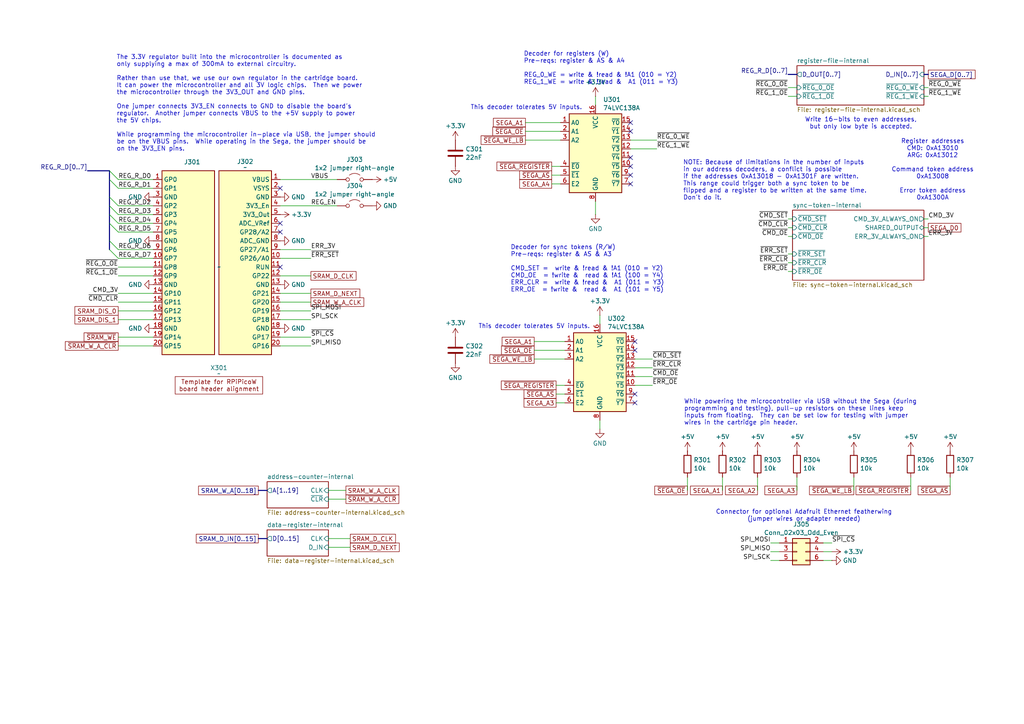
<source format=kicad_sch>
(kicad_sch (version 20250114) (generator "eeschema") (generator_version "9.0")
  (paper "A4")
  (title_block (title "Kinetoscope Microcontroller and Register Internals"))
  (lib_symbols
    (symbol "74xx:74HC138"
      (property "Reference" "U" (at -7.62 13.97 0))
      (property "Value" "74HC138" (at 2.54 -11.43 0))
      (symbol "74HC138_0_1"
        (rectangle (start -7.62 12.7) (end 7.62 -10.16) (stroke (width 0.254)) (fill (type background)))
      )
      (symbol "74HC138_1_1"
        (pin input line (at -10.16 10.16 0) (length 2.54) (name "A0") (number "1"))
        (pin input line (at -10.16 7.62 0) (length 2.54) (name "A1") (number "2"))
        (pin input line (at -10.16 5.08 0) (length 2.54) (name "A2") (number "3"))
        (pin input line (at -10.16 -2.54 0) (length 2.54) (name "~{E0}") (number "4"))
        (pin input line (at -10.16 -5.08 0) (length 2.54) (name "~{E1}") (number "5"))
        (pin input line (at -10.16 -7.62 0) (length 2.54) (name "E2") (number "6"))
        (pin power_in line (at 0 15.24 270) (length 2.54) (name "VCC") (number "16"))
        (pin power_in line (at 0 -12.7 90) (length 2.54) (name "GND") (number "8"))
        (pin output line (at 10.16 10.16 180) (length 2.54) (name "~{Y0}") (number "15"))
        (pin output line (at 10.16 7.62 180) (length 2.54) (name "~{Y1}") (number "14"))
        (pin output line (at 10.16 5.08 180) (length 2.54) (name "~{Y2}") (number "13"))
        (pin output line (at 10.16 2.54 180) (length 2.54) (name "~{Y3}") (number "12"))
        (pin output line (at 10.16 0 180) (length 2.54) (name "~{Y4}") (number "11"))
        (pin output line (at 10.16 -2.54 180) (length 2.54) (name "~{Y5}") (number "10"))
        (pin output line (at 10.16 -5.08 180) (length 2.54) (name "~{Y6}") (number "9"))
        (pin output line (at 10.16 -7.62 180) (length 2.54) (name "~{Y7}") (number "7"))
      )
    )
    (symbol "Connector_Generic:Conn_02x03_Odd_Even" (pin_names (offset 1.016) (hide yes))
      (property "Reference" "J" (at 1.27 5.08 0))
      (property "Value" "Conn_02x03_Odd_Even" (at 1.27 -5.08 0))
      (symbol "Conn_02x03_Odd_Even_1_1"
        (rectangle (start -1.27 3.81) (end 3.81 -3.81) (stroke (width 0.254)) (fill (type background)))
        (rectangle (start -1.27 2.667) (end 0 2.413) (stroke (width 0.1524)))
        (rectangle (start -1.27 0.127) (end 0 -0.127) (stroke (width 0.1524)))
        (rectangle (start -1.27 -2.413) (end 0 -2.667) (stroke (width 0.1524)))
        (rectangle (start 3.81 2.667) (end 2.54 2.413) (stroke (width 0.1524)))
        (rectangle (start 3.81 0.127) (end 2.54 -0.127) (stroke (width 0.1524)))
        (rectangle (start 3.81 -2.413) (end 2.54 -2.667) (stroke (width 0.1524)))
        (pin passive line (at -5.08 2.54 0) (length 3.81) (name "Pin_1") (number "1"))
        (pin passive line (at -5.08 0 0) (length 3.81) (name "Pin_3") (number "3"))
        (pin passive line (at -5.08 -2.54 0) (length 3.81) (name "Pin_5") (number "5"))
        (pin passive line (at 7.62 2.54 180) (length 3.81) (name "Pin_2") (number "2"))
        (pin passive line (at 7.62 0 180) (length 3.81) (name "Pin_4") (number "4"))
        (pin passive line (at 7.62 -2.54 180) (length 3.81) (name "Pin_6") (number "6"))
      )
    )
    (symbol "Device:C" (pin_numbers (hide yes)) (pin_names (offset 0.254))
      (property "Reference" "C" (at 0.635 2.54 0))
      (property "Value" "C" (at 0.635 -2.54 0))
      (symbol "C_0_1"
        (polyline (pts (xy -2.032 0.762) (xy 2.032 0.762)) (stroke (width 0.508)))
        (polyline (pts (xy -2.032 -0.762) (xy 2.032 -0.762)) (stroke (width 0.508)))
      )
      (symbol "C_1_1"
        (pin passive line (at 0 3.81 270) (length 2.794) (name "~") (number "1"))
        (pin passive line (at 0 -3.81 90) (length 2.794) (name "~") (number "2"))
      )
    )
    (symbol "Device:R" (pin_numbers (hide yes)) (pin_names (offset 0))
      (property "Reference" "R" (at 2.032 0 90))
      (property "Value" "R" (at 0 0 90))
      (symbol "R_0_1"
        (rectangle (start -1.016 -2.54) (end 1.016 2.54) (stroke (width 0.254)))
      )
      (symbol "R_1_1"
        (pin passive line (at 0 3.81 270) (length 1.27) (name "~") (number "1"))
        (pin passive line (at 0 -3.81 90) (length 1.27) (name "~") (number "2"))
      )
    )
    (symbol "Jumper:Jumper_2_Open" (pin_numbers (hide yes)) (pin_names (offset 0) (hide yes)) (exclude_from_sim yes)
      (property "Reference" "JP" (at 0 2.794 0))
      (property "Value" "Jumper_2_Open" (at 0 -2.286 0))
      (symbol "Jumper_2_Open_0_0"
        (circle (center -2.032 0) (radius 0.508))
        (circle (center 2.032 0) (radius 0.508))
      )
      (symbol "Jumper_2_Open_0_1"
        (arc (start -1.524 1.27) (mid 0 1.778) (end 1.524 1.27))
      )
      (symbol "Jumper_2_Open_1_1"
        (pin passive line (at -5.08 0 0) (length 2.54) (name "A") (number "1"))
        (pin passive line (at 5.08 0 180) (length 2.54) (name "B") (number "2"))
      )
    )
    (symbol "Raspberry_Pi_Pico_W:Raspberry_Pi_Pico_W_A"
      (property "Reference" "J" (at 0 1.016 0))
      (symbol "Raspberry_Pi_Pico_W_A_0_1"
        (rectangle (start -7.62 0) (end 7.62 -53.34) (stroke (width 0.254)) (fill (type background)))
      )
      (symbol "Raspberry_Pi_Pico_W_A_1_1"
        (pin passive line (at -10.16 -2.54 0) (length 2.54) (name "GP0") (number "1"))
        (pin passive line (at -10.16 -5.08 0) (length 2.54) (name "GP1") (number "2"))
        (pin passive line (at -10.16 -7.62 0) (length 2.54) (name "GND") (number "3"))
        (pin passive line (at -10.16 -10.16 0) (length 2.54) (name "GP2") (number "4"))
        (pin passive line (at -10.16 -12.7 0) (length 2.54) (name "GP3") (number "5"))
        (pin passive line (at -10.16 -15.24 0) (length 2.54) (name "GP4") (number "6"))
        (pin passive line (at -10.16 -17.78 0) (length 2.54) (name "GP5") (number "7"))
        (pin passive line (at -10.16 -20.32 0) (length 2.54) (name "GND") (number "8"))
        (pin passive line (at -10.16 -22.86 0) (length 2.54) (name "GP6") (number "9"))
        (pin passive line (at -10.16 -25.4 0) (length 2.54) (name "GP7") (number "10"))
        (pin passive line (at -10.16 -27.94 0) (length 2.54) (name "GP8") (number "11"))
        (pin passive line (at -10.16 -30.48 0) (length 2.54) (name "GP9") (number "12"))
        (pin passive line (at -10.16 -33.02 0) (length 2.54) (name "GND") (number "13"))
        (pin passive line (at -10.16 -35.56 0) (length 2.54) (name "GP10") (number "14"))
        (pin passive line (at -10.16 -38.1 0) (length 2.54) (name "GP11") (number "15"))
        (pin passive line (at -10.16 -40.64 0) (length 2.54) (name "GP12") (number "16"))
        (pin passive line (at -10.16 -43.18 0) (length 2.54) (name "GP13") (number "17"))
        (pin passive line (at -10.16 -45.72 0) (length 2.54) (name "GND") (number "18"))
        (pin passive line (at -10.16 -48.26 0) (length 2.54) (name "GP14") (number "19"))
        (pin passive line (at -10.16 -50.8 0) (length 2.54) (name "GP15") (number "20"))
      )
    )
    (symbol "Raspberry_Pi_Pico_W:Raspberry_Pi_Pico_W_B"
      (property "Reference" "J" (at 0 1.016 0))
      (symbol "Raspberry_Pi_Pico_W_B_0_1"
        (rectangle (start -7.62 0) (end 7.62 -53.34) (stroke (width 0.254)) (fill (type background)))
      )
      (symbol "Raspberry_Pi_Pico_W_B_1_1"
        (pin passive line (at 10.16 -2.54 180) (length 2.54) (name "VBUS") (number "1"))
        (pin passive line (at 10.16 -5.08 180) (length 2.54) (name "VSYS") (number "2"))
        (pin passive line (at 10.16 -7.62 180) (length 2.54) (name "GND") (number "3"))
        (pin passive line (at 10.16 -10.16 180) (length 2.54) (name "3V3_En") (number "4"))
        (pin passive line (at 10.16 -12.7 180) (length 2.54) (name "3V3_Out") (number "5"))
        (pin passive line (at 10.16 -15.24 180) (length 2.54) (name "ADC_VRef") (number "6"))
        (pin passive line (at 10.16 -17.78 180) (length 2.54) (name "GP28/A2") (number "7"))
        (pin passive line (at 10.16 -20.32 180) (length 2.54) (name "ADC_GND") (number "8"))
        (pin passive line (at 10.16 -22.86 180) (length 2.54) (name "GP27/A1") (number "9"))
        (pin passive line (at 10.16 -25.4 180) (length 2.54) (name "GP26/A0") (number "10"))
        (pin passive line (at 10.16 -27.94 180) (length 2.54) (name "RUN") (number "11"))
        (pin passive line (at 10.16 -30.48 180) (length 2.54) (name "GP22") (number "12"))
        (pin passive line (at 10.16 -33.02 180) (length 2.54) (name "GND") (number "13"))
        (pin passive line (at 10.16 -35.56 180) (length 2.54) (name "GP21") (number "14"))
        (pin passive line (at 10.16 -38.1 180) (length 2.54) (name "GP20") (number "15"))
        (pin passive line (at 10.16 -40.64 180) (length 2.54) (name "GP19") (number "16"))
        (pin passive line (at 10.16 -43.18 180) (length 2.54) (name "GP18") (number "17"))
        (pin passive line (at 10.16 -45.72 180) (length 2.54) (name "GND") (number "18"))
        (pin passive line (at 10.16 -48.26 180) (length 2.54) (name "GP17") (number "19"))
        (pin passive line (at 10.16 -50.8 180) (length 2.54) (name "GP16") (number "20"))
      )
    )
    (symbol "Raspberry_Pi_Pico_W:Raspberry_Pi_Pico_W_template" (in_bom no)
      (property "Reference" "X" (at 0 0 0))
      (symbol "Raspberry_Pi_Pico_W_template_0_1"
        (rectangle (start -12.7 -1.27) (end 12.7 -6.35))
      )
      (symbol "Raspberry_Pi_Pico_W_template_1_1"
        (text "Template for RPiPicoW\nboard header alignment" (at 0 -3.81 0) (effects (font (size 1.27 1.27))))
      )
    )
    (symbol "power:+3.3V" (power) (pin_numbers (hide yes)) (pin_names (offset 0) (hide yes))
      (property "Value" "+3.3V" (at 0 3.556 0))
      (symbol "+3.3V_0_1"
        (polyline (pts (xy -0.762 1.27) (xy 0 2.54)))
        (polyline (pts (xy 0 2.54) (xy 0.762 1.27)))
        (polyline (pts (xy 0 0) (xy 0 2.54)))
      )
      (symbol "+3.3V_1_1"
        (pin power_in line (at 0 0 90) (length 0) (name "~") (number "1"))
      )
    )
    (symbol "power:+5V" (power) (pin_numbers (hide yes)) (pin_names (offset 0) (hide yes))
      (property "Value" "+5V" (at 0 3.556 0))
      (symbol "+5V_0_1"
        (polyline (pts (xy -0.762 1.27) (xy 0 2.54)))
        (polyline (pts (xy 0 2.54) (xy 0.762 1.27)))
        (polyline (pts (xy 0 0) (xy 0 2.54)))
      )
      (symbol "+5V_1_1"
        (pin power_in line (at 0 0 90) (length 0) (name "~") (number "1"))
      )
    )
    (symbol "power:GND" (power) (pin_numbers (hide yes)) (pin_names (offset 0) (hide yes))
      (property "Value" "GND" (at 0 -3.81 0))
      (symbol "GND_0_1"
        (polyline (pts (xy 0 0) (xy 0 -1.27) (xy 1.27 -1.27) (xy 0 -2.54) (xy -1.27 -1.27) (xy 0 -1.27)))
      )
      (symbol "GND_1_1"
        (pin power_in line (at 0 0 270) (length 0) (name "~") (number "1"))
      )
    )
  )
  (text "This decoder tolerates 5V inputs." (at 154.94 94.742 0) (effects (font (size 1.27 1.27))))
  (text "While powering the microcontroller via USB without the Sega (during\nprogramming and testing), pull-up resistors on these lines keep\ninputs from floating.  They can be set low for testing with jumper\nwires in the cartridge pin header." (at 198.374 119.634 0) (effects (font (size 1.27 1.27)) (justify left)))
  (text "The 3.3V regulator built into the microcontroller is documented as\nonly supplying a max of 300mA to external circuitry.\n\nRather than use that, we use our own regulator in the cartridge board.\nIt can power the microcontroller and all 3V logic chips.  Then we power\nthe microcontroller through the 3V3_OUT and GND pins.\n\nOne jumper connects 3V3_EN connects to GND to disable the board's\nregulator.  Another jumper connects VBUS to the +5V supply to power\nthe 5V chips.\n\nWhile programming the microcontroller in-place via USB, the jumper should\nbe on the VBUS pins.  While operating in the Sega, the jumper should be\non the 3V3_EN pins." (at 33.782 29.972 0) (effects (font (size 1.27 1.27)) (justify left)))
  (text "This decoder tolerates 5V inputs." (at 152.654 31.242 0) (effects (font (size 1.27 1.27))))
  (text "Write 16-bits to even addresses,\nbut only low byte is accepted." (at 249.682 35.814 0) (effects (font (size 1.27 1.27))))
  (text "Register addresses\nCMD: 0xA13010\nARG: 0xA13012\n\nCommand token address\n0xA13008\n\nError token address\n0xA1300A" (at 270.51 49.276 0) (effects (font (size 1.27 1.27))))
  (text "Decoder for registers (W)\nPre-reqs: register & AS & A4\n\nREG_0_WE = write & !read & !A1 (010 = Y2)\nREG_1_WE = write & !read &  A1 (011 = Y3)" (at 151.892 19.812 0) (effects (font (size 1.27 1.27)) (justify left)))
  (text "Connector for optional Adafruit Ethernet featherwing\n(jumper wires or adapter needed)" (at 233.172 149.606 0) (effects (font (size 1.27 1.27))))
  (text "NOTE: Because of limitations in the number of inputs\nin our address decoders, a conflict is possible\nif the addresses 0xA13018 - 0xA1301F are written.\nThis range could trigger both a sync token to be\nflipped and a register to be written at the same time.\nDon't do it." (at 198.12 46.482 0) (effects (font (size 1.27 1.27)) (justify left top)))
  (text "Decoder for sync tokens (R/W)\nPre-reqs: register & AS & A3\n\nCMD_SET =  write & !read & !A1 (010 = Y2)\nCMD_OE  = !write &  read & !A1 (100 = Y4)\nERR_CLR =  write & !read &  A1 (011 = Y3)\nERR_OE  = !write &  read &  A1 (101 = Y5)" (at 148.082 77.978 0) (effects (font (size 1.27 1.27)) (justify left)))
  (no_connect (at 184.15 101.6))
  (no_connect (at 182.88 35.56))
  (no_connect (at 182.88 53.34))
  (no_connect (at 81.28 67.31))
  (no_connect (at 182.88 48.26))
  (no_connect (at 184.15 114.3))
  (no_connect (at 81.28 54.61))
  (no_connect (at 182.88 50.8))
  (no_connect (at 184.15 116.84))
  (no_connect (at 184.15 99.06))
  (no_connect (at 81.28 77.47))
  (no_connect (at 182.88 38.1))
  (no_connect (at 81.28 64.77))
  (no_connect (at 182.88 45.72))
  (bus_entry (at 31.75 52.07) (size 2.54 2.54))
  (bus_entry (at 31.75 72.39) (size 2.54 2.54))
  (bus_entry (at 31.75 49.53) (size 2.54 2.54))
  (bus_entry (at 31.75 62.23) (size 2.54 2.54))
  (bus_entry (at 31.75 69.85) (size 2.54 2.54))
  (bus_entry (at 31.75 64.77) (size 2.54 2.54))
  (bus_entry (at 31.75 59.69) (size 2.54 2.54))
  (bus_entry (at 31.75 57.15) (size 2.54 2.54))
  (wire (pts (xy 247.65 138.43) (xy 247.65 142.24)))
  (wire (pts (xy 184.15 111.76) (xy 189.23 111.76)))
  (wire (pts (xy 34.29 52.07) (xy 44.45 52.07)))
  (wire (pts (xy 223.52 157.48) (xy 226.06 157.48)))
  (wire (pts (xy 100.33 142.24) (xy 95.25 142.24)))
  (wire (pts (xy 101.6 156.21) (xy 95.25 156.21)))
  (wire (pts (xy 154.94 104.14) (xy 163.83 104.14)))
  (wire (pts (xy 228.6 73.66) (xy 229.87 73.66)))
  (bus (pts (xy 74.93 142.24) (xy 77.47 142.24)))
  (wire (pts (xy 163.83 116.84) (xy 161.29 116.84)))
  (wire (pts (xy 34.29 90.17) (xy 44.45 90.17)))
  (wire (pts (xy 34.29 97.79) (xy 44.45 97.79)))
  (wire (pts (xy 160.02 50.8) (xy 162.56 50.8)))
  (wire (pts (xy 34.29 62.23) (xy 44.45 62.23)))
  (wire (pts (xy 172.72 58.42) (xy 172.72 62.23)))
  (wire (pts (xy 100.33 144.78) (xy 95.25 144.78)))
  (wire (pts (xy 152.4 40.64) (xy 162.56 40.64)))
  (wire (pts (xy 81.28 92.71) (xy 90.17 92.71)))
  (wire (pts (xy 81.28 100.33) (xy 90.17 100.33)))
  (wire (pts (xy 199.39 142.24) (xy 199.39 138.43)))
  (wire (pts (xy 269.24 63.5) (xy 267.97 63.5)))
  (wire (pts (xy 34.29 54.61) (xy 44.45 54.61)))
  (wire (pts (xy 238.76 160.02) (xy 241.3 160.02)))
  (wire (pts (xy 184.15 109.22) (xy 189.23 109.22)))
  (wire (pts (xy 223.52 160.02) (xy 226.06 160.02)))
  (bus (pts (xy 31.75 69.85) (xy 31.75 72.39)))
  (wire (pts (xy 34.29 77.47) (xy 44.45 77.47)))
  (wire (pts (xy 228.6 63.5) (xy 229.87 63.5)))
  (bus (pts (xy 31.75 64.77) (xy 31.75 69.85)))
  (wire (pts (xy 81.28 59.69) (xy 97.79 59.69)))
  (bus (pts (xy 267.97 21.59) (xy 269.24 21.59)))
  (wire (pts (xy 163.83 111.76) (xy 161.29 111.76)))
  (wire (pts (xy 184.15 106.68) (xy 189.23 106.68)))
  (wire (pts (xy 173.99 93.98) (xy 173.99 91.44)))
  (wire (pts (xy 160.02 48.26) (xy 162.56 48.26)))
  (wire (pts (xy 81.28 87.63) (xy 90.17 87.63)))
  (wire (pts (xy 172.72 27.94) (xy 172.72 30.48)))
  (wire (pts (xy 267.97 25.4) (xy 269.24 25.4)))
  (wire (pts (xy 34.29 80.01) (xy 44.45 80.01)))
  (wire (pts (xy 267.97 68.58) (xy 269.24 68.58)))
  (wire (pts (xy 182.88 40.64) (xy 190.5 40.64)))
  (wire (pts (xy 267.97 66.04) (xy 269.24 66.04)))
  (wire (pts (xy 81.28 80.01) (xy 90.17 80.01)))
  (wire (pts (xy 219.71 138.43) (xy 219.71 142.24)))
  (bus (pts (xy 31.75 62.23) (xy 31.75 64.77)))
  (wire (pts (xy 223.52 162.56) (xy 226.06 162.56)))
  (wire (pts (xy 154.94 101.6) (xy 163.83 101.6)))
  (wire (pts (xy 173.99 121.92) (xy 173.99 124.46)))
  (bus (pts (xy 31.75 49.53) (xy 31.75 52.07)))
  (wire (pts (xy 81.28 85.09) (xy 90.17 85.09)))
  (wire (pts (xy 154.94 99.06) (xy 163.83 99.06)))
  (wire (pts (xy 152.4 35.56) (xy 162.56 35.56)))
  (wire (pts (xy 267.97 27.94) (xy 269.24 27.94)))
  (wire (pts (xy 184.15 104.14) (xy 189.23 104.14)))
  (bus (pts (xy 31.75 59.69) (xy 31.75 62.23)))
  (bus (pts (xy 31.75 57.15) (xy 31.75 59.69)))
  (wire (pts (xy 238.76 157.48) (xy 241.3 157.48)))
  (wire (pts (xy 228.6 66.04) (xy 229.87 66.04)))
  (wire (pts (xy 34.29 87.63) (xy 44.45 87.63)))
  (wire (pts (xy 34.29 67.31) (xy 44.45 67.31)))
  (wire (pts (xy 238.76 162.56) (xy 241.3 162.56)))
  (wire (pts (xy 275.59 138.43) (xy 275.59 142.24)))
  (bus (pts (xy 74.93 156.21) (xy 77.47 156.21)))
  (wire (pts (xy 264.16 138.43) (xy 264.16 142.24)))
  (wire (pts (xy 229.87 68.58) (xy 228.6 68.58)))
  (wire (pts (xy 34.29 72.39) (xy 44.45 72.39)))
  (wire (pts (xy 81.28 90.17) (xy 90.17 90.17)))
  (wire (pts (xy 34.29 100.33) (xy 44.45 100.33)))
  (wire (pts (xy 101.6 158.75) (xy 95.25 158.75)))
  (wire (pts (xy 34.29 92.71) (xy 44.45 92.71)))
  (wire (pts (xy 231.14 138.43) (xy 231.14 142.24)))
  (wire (pts (xy 209.55 138.43) (xy 209.55 142.24)))
  (wire (pts (xy 81.28 74.93) (xy 90.17 74.93)))
  (wire (pts (xy 81.28 52.07) (xy 97.79 52.07)))
  (wire (pts (xy 182.88 43.18) (xy 190.5 43.18)))
  (wire (pts (xy 34.29 59.69) (xy 44.45 59.69)))
  (wire (pts (xy 34.29 64.77) (xy 44.45 64.77)))
  (wire (pts (xy 162.56 53.34) (xy 160.02 53.34)))
  (bus (pts (xy 31.75 52.07) (xy 31.75 57.15)))
  (wire (pts (xy 81.28 97.79) (xy 90.17 97.79)))
  (wire (pts (xy 228.6 25.4) (xy 231.14 25.4)))
  (bus (pts (xy 25.4 49.53) (xy 31.75 49.53)))
  (bus (pts (xy 231.14 21.59) (xy 228.6 21.59)))
  (wire (pts (xy 152.4 38.1) (xy 162.56 38.1)))
  (wire (pts (xy 163.83 114.3) (xy 161.29 114.3)))
  (wire (pts (xy 34.29 74.93) (xy 44.45 74.93)))
  (wire (pts (xy 81.28 72.39) (xy 90.17 72.39)))
  (wire (pts (xy 34.29 85.09) (xy 44.45 85.09)))
  (wire (pts (xy 228.6 76.2) (xy 229.87 76.2)))
  (wire (pts (xy 228.6 27.94) (xy 231.14 27.94)))
  (wire (pts (xy 228.6 78.74) (xy 229.87 78.74)))
  (label "~{ERR_OE}" (at 189.23 111.76 0))
  (label "~{REG_0_OE}" (at 228.6 25.4 180))
  (label "SPI_MOSI" (at 90.17 90.17 0))
  (label "REG_R_D[0..7]" (at 228.6 21.59 180))
  (label "~{CMD_SET}" (at 228.6 63.5 180))
  (label "REG_R_D5" (at 34.29 67.31 0))
  (label "SPI_SCK" (at 90.17 92.71 0))
  (label "~{REG_0_WE}" (at 269.24 25.4 0))
  (label "~{CMD_CLR}" (at 228.6 66.04 180))
  (label "~{CMD_OE}" (at 189.23 109.22 0))
  (label "CMD_3V" (at 269.24 63.5 0))
  (label "ERR_3V" (at 269.24 68.58 0))
  (label "~{SPI_CS}" (at 90.17 97.79 0))
  (label "REG_EN" (at 90.17 59.69 0))
  (label "~{CMD_SET}" (at 189.23 104.14 0))
  (label "~{ERR_CLR}" (at 228.6 76.2 180))
  (label "REG_R_D6" (at 34.29 72.39 0))
  (label "VBUS" (at 90.17 52.07 0))
  (label "~{CMD_CLR}" (at 34.29 87.63 180))
  (label "REG_R_D3" (at 34.29 62.23 0))
  (label "SPI_MISO" (at 90.17 100.33 0))
  (label "ERR_3V" (at 90.17 72.39 0))
  (label "~{REG_1_WE}" (at 190.5 43.18 0))
  (label "REG_R_D[0..7]" (at 25.4 49.53 180))
  (label "~{ERR_SET}" (at 90.17 74.93 0))
  (label "REG_R_D2" (at 34.29 59.69 0))
  (label "~{REG_1_OE}" (at 228.6 27.94 180))
  (label "REG_R_D4" (at 34.29 64.77 0))
  (label "~{SPI_CS}" (at 241.3 157.48 0))
  (label "SPI_MOSI" (at 223.52 157.48 180))
  (label "~{ERR_OE}" (at 228.6 78.74 180))
  (label "~{REG_1_OE}" (at 34.29 80.01 180))
  (label "REG_R_D0" (at 34.29 52.07 0))
  (label "~{REG_1_WE}" (at 269.24 27.94 0))
  (label "CMD_3V" (at 34.29 85.09 180))
  (label "SPI_MISO" (at 223.52 160.02 180))
  (label "~{REG_0_WE}" (at 190.5 40.64 0))
  (label "~{ERR_SET}" (at 228.6 73.66 180))
  (label "SPI_SCK" (at 223.52 162.56 180))
  (label "~{CMD_OE}" (at 228.6 68.58 180))
  (label "~{ERR_CLR}" (at 189.23 106.68 0))
  (label "REG_R_D7" (at 34.29 74.93 0))
  (label "~{REG_0_OE}" (at 34.29 77.47 180))
  (label "REG_R_D1" (at 34.29 54.61 0))
  (global_label "SRAM_W_A_CLK" (shape passive) (at 90.17 87.63 0) (property "Intersheetrefs" "${INTERSHEET_REFS}" (effects (hide yes))))
  (global_label "SEGA_A1" (shape passive) (at 152.4 35.56 180) (property "Intersheetrefs" "${INTERSHEET_REFS}" (effects (hide yes))))
  (global_label "SRAM_D_CLK" (shape passive) (at 101.6 156.21 0) (property "Intersheetrefs" "${INTERSHEET_REFS}" (effects (hide yes))))
  (global_label "SEGA_A2" (shape passive) (at 219.71 142.24 180) (property "Intersheetrefs" "${INTERSHEET_REFS}" (effects (hide yes))))
  (global_label "~{SRAM_W_A_CLR}" (shape passive) (at 100.33 144.78 0) (property "Intersheetrefs" "${INTERSHEET_REFS}" (effects (hide yes))))
  (global_label "SRAM_D_CLK" (shape passive) (at 90.17 80.01 0) (property "Intersheetrefs" "${INTERSHEET_REFS}" (effects (hide yes))))
  (global_label "~{SEGA_WE_LB}" (shape passive) (at 152.4 40.64 180) (property "Intersheetrefs" "${INTERSHEET_REFS}" (effects (hide yes))))
  (global_label "~{SEGA_AS}" (shape passive) (at 160.02 50.8 180) (property "Intersheetrefs" "${INTERSHEET_REFS}" (effects (hide yes))))
  (global_label "SEGA_D[0..7]" (shape passive) (at 269.24 21.59 0) (property "Intersheetrefs" "${INTERSHEET_REFS}" (effects (hide yes))))
  (global_label "SRAM_D_IN[0..15]" (shape passive) (at 74.93 156.21 180) (property "Intersheetrefs" "${INTERSHEET_REFS}" (effects (hide yes))))
  (global_label "~{SEGA_REGISTER}" (shape passive) (at 264.16 142.24 180) (property "Intersheetrefs" "${INTERSHEET_REFS}" (effects (hide yes))))
  (global_label "SEGA_A3" (shape passive) (at 161.29 116.84 180) (property "Intersheetrefs" "${INTERSHEET_REFS}" (effects (hide yes))))
  (global_label "SEGA_D0" (shape passive) (at 269.24 66.04 0) (property "Intersheetrefs" "${INTERSHEET_REFS}" (effects (hide yes))))
  (global_label "~{SRAM_W_A_CLR}" (shape passive) (at 34.29 100.33 180) (property "Intersheetrefs" "${INTERSHEET_REFS}" (effects (hide yes))))
  (global_label "SEGA_A3" (shape passive) (at 231.14 142.24 180) (property "Intersheetrefs" "${INTERSHEET_REFS}" (effects (hide yes))))
  (global_label "~{SEGA_OE}" (shape passive) (at 154.94 101.6 180) (property "Intersheetrefs" "${INTERSHEET_REFS}" (effects (hide yes))))
  (global_label "SRAM_DIS_0" (shape passive) (at 34.29 90.17 180) (property "Intersheetrefs" "${INTERSHEET_REFS}" (effects (hide yes))))
  (global_label "SRAM_W_A[0..18]" (shape passive) (at 74.93 142.24 180) (property "Intersheetrefs" "${INTERSHEET_REFS}" (effects (hide yes))))
  (global_label "SEGA_A4" (shape passive) (at 160.02 53.34 180) (property "Intersheetrefs" "${INTERSHEET_REFS}" (effects (hide yes))))
  (global_label "SRAM_W_A_CLK" (shape passive) (at 100.33 142.24 0) (property "Intersheetrefs" "${INTERSHEET_REFS}" (effects (hide yes))))
  (global_label "~{SEGA_WE_LB}" (shape passive) (at 154.94 104.14 180) (property "Intersheetrefs" "${INTERSHEET_REFS}" (effects (hide yes))))
  (global_label "SEGA_A1" (shape passive) (at 154.94 99.06 180) (property "Intersheetrefs" "${INTERSHEET_REFS}" (effects (hide yes))))
  (global_label "SEGA_A1" (shape passive) (at 209.55 142.24 180) (property "Intersheetrefs" "${INTERSHEET_REFS}" (effects (hide yes))))
  (global_label "~{SEGA_AS}" (shape passive) (at 275.59 142.24 180) (property "Intersheetrefs" "${INTERSHEET_REFS}" (effects (hide yes))))
  (global_label "~{SEGA_OE}" (shape passive) (at 199.39 142.24 180) (property "Intersheetrefs" "${INTERSHEET_REFS}" (effects (hide yes))))
  (global_label "~{SEGA_AS}" (shape passive) (at 161.29 114.3 180) (property "Intersheetrefs" "${INTERSHEET_REFS}" (effects (hide yes))))
  (global_label "~{SRAM_WE}" (shape passive) (at 34.29 97.79 180) (property "Intersheetrefs" "${INTERSHEET_REFS}" (effects (hide yes))))
  (global_label "~{SEGA_WE_LB}" (shape passive) (at 247.65 142.24 180) (property "Intersheetrefs" "${INTERSHEET_REFS}" (effects (hide yes))))
  (global_label "~{SEGA_OE}" (shape passive) (at 152.4 38.1 180) (property "Intersheetrefs" "${INTERSHEET_REFS}" (effects (hide yes))))
  (global_label "~{SEGA_REGISTER}" (shape passive) (at 161.29 111.76 180) (property "Intersheetrefs" "${INTERSHEET_REFS}" (effects (hide yes))))
  (global_label "SRAM_DIS_1" (shape passive) (at 34.29 92.71 180) (property "Intersheetrefs" "${INTERSHEET_REFS}" (effects (hide yes))))
  (global_label "SRAM_D_NEXT" (shape passive) (at 101.6 158.75 0) (property "Intersheetrefs" "${INTERSHEET_REFS}" (effects (hide yes))))
  (global_label "~{SEGA_REGISTER}" (shape passive) (at 160.02 48.26 180) (property "Intersheetrefs" "${INTERSHEET_REFS}" (effects (hide yes))))
  (global_label "SRAM_D_NEXT" (shape passive) (at 90.17 85.09 0) (property "Intersheetrefs" "${INTERSHEET_REFS}" (effects (hide yes))))
  (symbol (lib_id "power:+5V") (at 199.39 130.81 0) (unit 1)
    (property "Reference" "#PWR0320" (effects (hide yes)))
    (property "Value" "+5V" (at 199.39 126.6769 0))
    (property "Description" "Power symbol creates a global label with name \"+5V\"" (effects (hide yes)))
    (instances (project "microcontroller" (path "" (reference "#PWR0320") (unit 1))) (project "microcontroller" (path "" (reference "#PWR0333") (unit 1))))
  )
  (symbol (lib_id "power:GND") (at 132.08 48.26 0) (unit 1)
    (property "Reference" "#PWR0313" (effects (hide yes)))
    (property "Value" "GND" (at 132.08 52.3931 0))
    (property "Description" "Power symbol creates a global label with name \"GND\" , ground" (effects (hide yes)))
    (instances (project "microcontroller" (path "" (reference "#PWR0313") (unit 1))) (project "microcontroller" (path "" (reference "#PWR0326") (unit 1))))
  )
  (symbol (lib_id "power:+5V") (at 275.59 130.81 0) (unit 1)
    (property "Reference" "#PWR0328" (effects (hide yes)))
    (property "Value" "+5V" (at 275.59 126.6769 0))
    (property "Description" "Power symbol creates a global label with name \"+5V\"" (effects (hide yes)))
    (instances (project "microcontroller" (path "" (reference "#PWR0328") (unit 1))) (project "microcontroller" (path "" (reference "#PWR0341") (unit 1))))
  )
  (symbol (lib_id "power:+3.3V") (at 81.28 62.23 270) (unit 1)
    (property "Reference" "#PWR0306" (effects (hide yes)))
    (property "Value" "+3.3V" (at 84.455 62.23 90) (effects (justify left)))
    (property "Description" "Power symbol creates a global label with name \"+3.3V\"" (effects (hide yes)))
    (instances (project "microcontroller" (path "" (reference "#PWR0306") (unit 1))) (project "microcontroller" (path "" (reference "#PWR0319") (unit 1))))
  )
  (symbol (lib_id "power:GND") (at 44.45 57.15 270) (unit 1)
    (property "Reference" "#PWR0301" (effects (hide yes)))
    (property "Value" "GND" (at 41.2751 57.15 90) (effects (justify right)))
    (property "Description" "Power symbol creates a global label with name \"GND\" , ground" (effects (hide yes)))
    (instances (project "microcontroller" (path "" (reference "#PWR0301") (unit 1))) (project "microcontroller" (path "" (reference "#PWR0314") (unit 1))))
  )
  (symbol (lib_id "power:+3.3V") (at 172.72 27.94 0) (unit 1)
    (property "Reference" "#PWR0316" (effects (hide yes)))
    (property "Value" "+3.3V" (at 172.72 23.8069 0))
    (property "Description" "Power symbol creates a global label with name \"+3.3V\"" (effects (hide yes)))
    (instances (project "microcontroller" (path "" (reference "#PWR0316") (unit 1))) (project "microcontroller" (path "" (reference "#PWR0329") (unit 1))))
  )
  (symbol (lib_id "power:GND") (at 44.45 95.25 270) (unit 1)
    (property "Reference" "#PWR0304" (effects (hide yes)))
    (property "Value" "GND" (at 41.2751 95.25 90) (effects (justify right)))
    (property "Description" "Power symbol creates a global label with name \"GND\" , ground" (effects (hide yes)))
    (instances (project "microcontroller" (path "" (reference "#PWR0304") (unit 1))) (project "microcontroller" (path "" (reference "#PWR0317") (unit 1))))
  )
  (symbol (lib_id "Jumper:Jumper_2_Open") (at 102.87 59.69 0) (unit 1) (exclude_from_sim yes)
    (property "Reference" "J304" (at 102.87 53.8945 0))
    (property "Value" "1x2 jumper right-angle" (at 102.87 56.3188 0))
    (property "Footprint" "Connector_PinHeader_2.54mm:PinHeader_1x02_P2.54mm_Horizontal" (effects (hide yes)))
    (property "Description" "Jumper, 2-pole, open" (effects (hide yes)))
    (property "JLCPCB Part Number" "C6952593" (effects (hide yes)))
    (property "Mouser Part Number" "737-PH1RB-02-UA" (effects (hide yes)))
    (property "Part Number" "PH1RB-02-UA" (effects (hide yes)))
    (instances (project "microcontroller" (path "" (reference "J304") (unit 1))) (project "microcontroller" (path "" (reference "J306") (unit 1))))
  )
  (symbol (lib_id "Raspberry_Pi_Pico_W:Raspberry_Pi_Pico_W_A") (at 54.61 49.53 0) (unit 1)
    (property "Reference" "J301" (at 53.34 46.99 0) (effects (justify left)))
    (property "Value" "~" (at 62.992 77.4122 0) (effects (justify left)))
    (property "Footprint" "Connector_PinHeader_2.54mm:PinHeader_1x20_P2.54mm_Vertical" (effects (hide yes)))
    (property "JLCPCB Part Number" "C5224030" (effects (hide yes)))
    (property "Mouser Part Number" "710-61302011821" (effects (hide yes)))
    (property "Part Number" "61302011821" (effects (hide yes)))
    (instances (project "microcontroller" (path "" (reference "J301") (unit 1))) (project "microcontroller" (path "" (reference "J303") (unit 1))))
  )
  (symbol (lib_id "power:GND") (at 81.28 82.55 90) (unit 1)
    (property "Reference" "#PWR0308" (effects (hide yes)))
    (property "Value" "GND" (at 84.455 82.55 90) (effects (justify right)))
    (property "Description" "Power symbol creates a global label with name \"GND\" , ground" (effects (hide yes)))
    (instances (project "microcontroller" (path "" (reference "#PWR0308") (unit 1))) (project "microcontroller" (path "" (reference "#PWR0321") (unit 1))))
  )
  (symbol (lib_id "power:+5V") (at 247.65 130.81 0) (unit 1)
    (property "Reference" "#PWR0326" (effects (hide yes)))
    (property "Value" "+5V" (at 247.65 126.6769 0))
    (property "Description" "Power symbol creates a global label with name \"+5V\"" (effects (hide yes)))
    (instances (project "microcontroller" (path "" (reference "#PWR0326") (unit 1))) (project "microcontroller" (path "" (reference "#PWR0339") (unit 1))))
  )
  (symbol (lib_id "power:+3.3V") (at 241.3 160.02 270) (unit 1)
    (property "Reference" "#PWR0324" (effects (hide yes)))
    (property "Value" "+3.3V" (at 244.475 160.02 90) (effects (justify left)))
    (property "Description" "Power symbol creates a global label with name \"+3.3V\"" (effects (hide yes)))
    (instances (project "microcontroller" (path "" (reference "#PWR0324") (unit 1))) (project "microcontroller" (path "" (reference "#PWR0337") (unit 1))))
  )
  (symbol (lib_id "power:GND") (at 81.28 69.85 90) (unit 1)
    (property "Reference" "#PWR0307" (effects (hide yes)))
    (property "Value" "GND" (at 84.455 69.85 90) (effects (justify right)))
    (property "Description" "Power symbol creates a global label with name \"GND\" , ground" (effects (hide yes)))
    (instances (project "microcontroller" (path "" (reference "#PWR0307") (unit 1))) (project "microcontroller" (path "" (reference "#PWR0320") (unit 1))))
  )
  (symbol (lib_id "Device:R") (at 231.14 134.62 0) (unit 1)
    (property "Reference" "R304" (at 232.918 133.4078 0) (effects (justify left)))
    (property "Value" "10k" (at 232.918 135.8321 0) (effects (justify left)))
    (property "Footprint" "Resistor_SMD:R_0603_1608Metric" (effects (hide yes)))
    (property "Description" "Resistor" (effects (hide yes)))
    (property "JLCPCB Part Number" "C136944" (effects (hide yes)))
    (property "Part Number" "RT0603DRD0710KL" (effects (hide yes)))
    (property "Mouser Part Number" "603-RT0603DRD0710KL" (effects (hide yes)))
  )
  (symbol (lib_id "power:+3.3V") (at 132.08 97.79 0) (unit 1)
    (property "Reference" "#PWR0314" (effects (hide yes)))
    (property "Value" "+3.3V" (at 132.08 93.6569 0))
    (property "Description" "Power symbol creates a global label with name \"+3.3V\"" (effects (hide yes)))
    (instances (project "microcontroller" (path "" (reference "#PWR0314") (unit 1))) (project "microcontroller" (path "" (reference "#PWR0327") (unit 1))))
  )
  (symbol (lib_id "power:GND") (at 44.45 82.55 270) (unit 1)
    (property "Reference" "#PWR0303" (effects (hide yes)))
    (property "Value" "GND" (at 41.2751 82.55 90) (effects (justify right)))
    (property "Description" "Power symbol creates a global label with name \"GND\" , ground" (effects (hide yes)))
    (instances (project "microcontroller" (path "" (reference "#PWR0303") (unit 1))) (project "microcontroller" (path "" (reference "#PWR0316") (unit 1))))
  )
  (symbol (lib_id "Device:R") (at 275.59 134.62 0) (unit 1)
    (property "Reference" "R307" (at 277.368 133.4078 0) (effects (justify left)))
    (property "Value" "10k" (at 277.368 135.8321 0) (effects (justify left)))
    (property "Footprint" "Resistor_SMD:R_0603_1608Metric" (effects (hide yes)))
    (property "Description" "Resistor" (effects (hide yes)))
    (property "JLCPCB Part Number" "C136944" (effects (hide yes)))
    (property "Part Number" "RT0603DRD0710KL" (effects (hide yes)))
    (property "Mouser Part Number" "603-RT0603DRD0710KL" (effects (hide yes)))
  )
  (symbol (lib_id "power:GND") (at 81.28 95.25 90) (unit 1)
    (property "Reference" "#PWR0309" (effects (hide yes)))
    (property "Value" "GND" (at 84.455 95.25 90) (effects (justify right)))
    (property "Description" "Power symbol creates a global label with name \"GND\" , ground" (effects (hide yes)))
    (instances (project "microcontroller" (path "" (reference "#PWR0309") (unit 1))) (project "microcontroller" (path "" (reference "#PWR0322") (unit 1))))
  )
  (symbol (lib_id "Device:R") (at 264.16 134.62 0) (unit 1)
    (property "Reference" "R306" (at 265.938 133.4078 0) (effects (justify left)))
    (property "Value" "10k" (at 265.938 135.8321 0) (effects (justify left)))
    (property "Footprint" "Resistor_SMD:R_0603_1608Metric" (effects (hide yes)))
    (property "Description" "Resistor" (effects (hide yes)))
    (property "JLCPCB Part Number" "C136944" (effects (hide yes)))
    (property "Part Number" "RT0603DRD0710KL" (effects (hide yes)))
    (property "Mouser Part Number" "603-RT0603DRD0710KL" (effects (hide yes)))
  )
  (symbol (lib_id "Device:R") (at 219.71 134.62 0) (unit 1)
    (property "Reference" "R303" (at 221.488 133.4078 0) (effects (justify left)))
    (property "Value" "10k" (at 221.488 135.8321 0) (effects (justify left)))
    (property "Footprint" "Resistor_SMD:R_0603_1608Metric" (effects (hide yes)))
    (property "Description" "Resistor" (effects (hide yes)))
    (property "JLCPCB Part Number" "C136944" (effects (hide yes)))
    (property "Part Number" "RT0603DRD0710KL" (effects (hide yes)))
    (property "Mouser Part Number" "603-RT0603DRD0710KL" (effects (hide yes)))
  )
  (symbol (lib_id "74xx:74HC138") (at 172.72 45.72 0) (unit 1)
    (property "Reference" "U301" (at 174.9141 28.8755 0) (effects (justify left)))
    (property "Value" "74LVC138A" (at 174.9141 31.2998 0) (effects (justify left)))
    (property "Footprint" "Package_SO:TSSOP-16_4.4x5mm_P0.65mm" (effects (hide yes)))
    (property "Datasheet" "https://www.mouser.com/datasheet/2/916/74LVC138A-2937328.pdf" (effects (hide yes)))
    (property "Description" "3-to-8 line decoder/multiplexer inverting, DIP-16/SOIC-16/SSOP-16" (effects (hide yes)))
    (property "Mouser Part Number" "771-74LVC138APW-T" (effects (hide yes)))
    (property "Part Number" "74LVC138APW,118" (effects (hide yes)))
    (property "JLCPCB Part Number" "C6062" (effects (hide yes)))
  )
  (symbol (lib_id "power:GND") (at 173.99 124.46 0) (unit 1)
    (property "Reference" "#PWR0319" (effects (hide yes)))
    (property "Value" "GND" (at 173.99 128.5931 0))
    (property "Description" "Power symbol creates a global label with name \"GND\" , ground" (effects (hide yes)))
    (instances (project "microcontroller" (path "" (reference "#PWR0319") (unit 1))) (project "microcontroller" (path "" (reference "#PWR0332") (unit 1))))
  )
  (symbol (lib_id "power:+3.3V") (at 132.08 40.64 0) (unit 1)
    (property "Reference" "#PWR0312" (effects (hide yes)))
    (property "Value" "+3.3V" (at 132.08 36.5069 0))
    (property "Description" "Power symbol creates a global label with name \"+3.3V\"" (effects (hide yes)))
    (instances (project "microcontroller" (path "" (reference "#PWR0312") (unit 1))) (project "microcontroller" (path "" (reference "#PWR0325") (unit 1))))
  )
  (symbol (lib_id "Raspberry_Pi_Pico_W:Raspberry_Pi_Pico_W_B") (at 71.12 49.53 0) (unit 1)
    (property "Reference" "J302" (at 71.12 46.8715 0))
    (property "Value" "~" (at 71.12 48.5529 0))
    (property "Footprint" "Connector_PinHeader_2.54mm:PinHeader_1x20_P2.54mm_Vertical" (effects (hide yes)))
    (property "JLCPCB Part Number" "C5224030" (effects (hide yes)))
    (property "Mouser Part Number" "710-61302011821" (effects (hide yes)))
    (property "Part Number" "61302011821" (effects (hide yes)))
    (instances (project "microcontroller" (path "" (reference "J302") (unit 1))) (project "microcontroller" (path "" (reference "J304") (unit 1))))
  )
  (symbol (lib_id "power:GND") (at 132.08 105.41 0) (unit 1)
    (property "Reference" "#PWR0315" (effects (hide yes)))
    (property "Value" "GND" (at 132.08 109.5431 0))
    (property "Description" "Power symbol creates a global label with name \"GND\" , ground" (effects (hide yes)))
    (instances (project "microcontroller" (path "" (reference "#PWR0315") (unit 1))) (project "microcontroller" (path "" (reference "#PWR0328") (unit 1))))
  )
  (symbol (lib_id "Raspberry_Pi_Pico_W:Raspberry_Pi_Pico_W_template") (at 63.5 107.95 0) (unit 1) (in_bom no)
    (property "Reference" "X301" (at 63.5 106.6885 0))
    (property "Value" "~" (at 63.5 108.3699 0))
    (property "Footprint" "Raspberry_Pi_Pico_W:Raspberry_Pi_Pico_W_template" (effects (hide yes)))
    (instances (project "microcontroller" (path "" (reference "X301") (unit 1))) (project "microcontroller" (path "" (reference "X302") (unit 1))))
  )
  (symbol (lib_id "power:GND") (at 172.72 62.23 0) (unit 1)
    (property "Reference" "#PWR0317" (effects (hide yes)))
    (property "Value" "GND" (at 172.72 66.3631 0))
    (property "Description" "Power symbol creates a global label with name \"GND\" , ground" (effects (hide yes)))
    (instances (project "microcontroller" (path "" (reference "#PWR0317") (unit 1))) (project "microcontroller" (path "" (reference "#PWR0330") (unit 1))))
  )
  (symbol (lib_id "power:GND") (at 107.95 59.69 90) (unit 1)
    (property "Reference" "#PWR0311" (effects (hide yes)))
    (property "Value" "GND" (at 111.125 59.69 90) (effects (justify right)))
    (property "Description" "Power symbol creates a global label with name \"GND\" , ground" (effects (hide yes)))
    (instances (project "microcontroller" (path "" (reference "#PWR0311") (unit 1))) (project "microcontroller" (path "" (reference "#PWR0324") (unit 1))))
  )
  (symbol (lib_id "power:+5V") (at 219.71 130.81 0) (unit 1)
    (property "Reference" "#PWR0322" (effects (hide yes)))
    (property "Value" "+5V" (at 219.71 126.6769 0))
    (property "Description" "Power symbol creates a global label with name \"+5V\"" (effects (hide yes)))
    (instances (project "microcontroller" (path "" (reference "#PWR0322") (unit 1))) (project "microcontroller" (path "" (reference "#PWR0335") (unit 1))))
  )
  (symbol (lib_id "Connector_Generic:Conn_02x03_Odd_Even") (at 231.14 160.02 0) (unit 1)
    (property "Reference" "J305" (at 232.41 152.0655 0))
    (property "Value" "Conn_02x03_Odd_Even" (at 232.41 154.4898 0))
    (property "Footprint" "Connector_PinHeader_2.54mm:PinHeader_2x03_P2.54mm_Vertical" (effects (hide yes)))
    (property "Description" "Generic connector, double row, 02x03, odd/even pin numbering scheme (row 1 odd numbers, row 2 even numbers), script generated (kicad-library-utils/schlib/autogen/connector/)" (effects (hide yes)))
    (property "JLCPCB Part Number" "C4944863" (effects (hide yes)))
    (property "Mouser Part Number" "710-61300621821" (effects (hide yes)))
    (property "Part Number" "61300621821" (effects (hide yes)))
    (instances (project "microcontroller" (path "" (reference "J305") (unit 1))) (project "microcontroller" (path "" (reference "J307") (unit 1))))
  )
  (symbol (lib_id "Device:R") (at 199.39 134.62 0) (unit 1)
    (property "Reference" "R301" (at 201.168 133.4078 0) (effects (justify left)))
    (property "Value" "10k" (at 201.168 135.8321 0) (effects (justify left)))
    (property "Footprint" "Resistor_SMD:R_0603_1608Metric" (effects (hide yes)))
    (property "Description" "Resistor" (effects (hide yes)))
    (property "JLCPCB Part Number" "C136944" (effects (hide yes)))
    (property "Part Number" "RT0603DRD0710KL" (effects (hide yes)))
    (property "Mouser Part Number" "603-RT0603DRD0710KL" (effects (hide yes)))
  )
  (symbol (lib_id "power:GND") (at 81.28 57.15 90) (unit 1)
    (property "Reference" "#PWR0305" (effects (hide yes)))
    (property "Value" "GND" (at 84.455 57.15 90) (effects (justify right)))
    (property "Description" "Power symbol creates a global label with name \"GND\" , ground" (effects (hide yes)))
    (instances (project "microcontroller" (path "" (reference "#PWR0305") (unit 1))) (project "microcontroller" (path "" (reference "#PWR0318") (unit 1))))
  )
  (symbol (lib_id "Jumper:Jumper_2_Open") (at 102.87 52.07 0) (unit 1) (exclude_from_sim yes)
    (property "Reference" "J303" (at 102.87 46.2745 0))
    (property "Value" "1x2 jumper right-angle" (at 102.87 48.6988 0))
    (property "Footprint" "Connector_PinHeader_2.54mm:PinHeader_1x02_P2.54mm_Horizontal" (effects (hide yes)))
    (property "Description" "Jumper, 2-pole, open" (effects (hide yes)))
    (property "JLCPCB Part Number" "C6952593" (effects (hide yes)))
    (property "Mouser Part Number" "737-PH1RB-02-UA" (effects (hide yes)))
    (property "Part Number" "PH1RB-02-UA" (effects (hide yes)))
    (instances (project "microcontroller" (path "" (reference "J303") (unit 1))) (project "microcontroller" (path "" (reference "J305") (unit 1))))
  )
  (symbol (lib_id "Device:C") (at 132.08 101.6 0) (unit 1)
    (property "Reference" "C302" (at 135.001 100.3878 0) (effects (justify left)))
    (property "Value" "22nF" (at 135.001 102.8121 0) (effects (justify left)))
    (property "Footprint" "Capacitor_SMD:C_0603_1608Metric" (effects (hide yes)))
    (property "Datasheet" "https://www.mouser.com/datasheet/2/585/MLCC-1837944.pdf" (effects (hide yes)))
    (property "Description" "Unpolarized capacitor" (effects (hide yes)))
    (property "Mouser Part Number" "187-CL10B223KB8NNNC" (effects (hide yes)))
    (property "Part Number" "CL10B223KB8NNNC" (effects (hide yes)))
    (property "JLCPCB Part Number" "C21122" (effects (hide yes)))
  )
  (symbol (lib_id "Device:C") (at 132.08 44.45 0) (unit 1)
    (property "Reference" "C301" (at 135.001 43.2378 0) (effects (justify left)))
    (property "Value" "22nF" (at 135.001 45.6621 0) (effects (justify left)))
    (property "Footprint" "Capacitor_SMD:C_0603_1608Metric" (effects (hide yes)))
    (property "Datasheet" "https://www.mouser.com/datasheet/2/585/MLCC-1837944.pdf" (effects (hide yes)))
    (property "Description" "Unpolarized capacitor" (effects (hide yes)))
    (property "Mouser Part Number" "187-CL10B223KB8NNNC" (effects (hide yes)))
    (property "Part Number" "CL10B223KB8NNNC" (effects (hide yes)))
    (property "JLCPCB Part Number" "C21122" (effects (hide yes)))
  )
  (symbol (lib_id "74xx:74HC138") (at 173.99 109.22 0) (unit 1)
    (property "Reference" "U302" (at 176.1841 92.3755 0) (effects (justify left)))
    (property "Value" "74LVC138A" (at 176.1841 94.7998 0) (effects (justify left)))
    (property "Footprint" "Package_SO:TSSOP-16_4.4x5mm_P0.65mm" (effects (hide yes)))
    (property "Datasheet" "https://www.mouser.com/datasheet/2/916/74LVC138A-2937328.pdf" (effects (hide yes)))
    (property "Description" "3-to-8 line decoder/multiplexer inverting, DIP-16/SOIC-16/SSOP-16" (effects (hide yes)))
    (property "Mouser Part Number" "771-74LVC138APW-T" (effects (hide yes)))
    (property "Part Number" "74LVC138APW,118" (effects (hide yes)))
    (property "JLCPCB Part Number" "C6062" (effects (hide yes)))
  )
  (symbol (lib_id "power:+5V") (at 231.14 130.81 0) (unit 1)
    (property "Reference" "#PWR0323" (effects (hide yes)))
    (property "Value" "+5V" (at 231.14 126.6769 0))
    (property "Description" "Power symbol creates a global label with name \"+5V\"" (effects (hide yes)))
    (instances (project "microcontroller" (path "" (reference "#PWR0323") (unit 1))) (project "microcontroller" (path "" (reference "#PWR0336") (unit 1))))
  )
  (symbol (lib_id "power:+5V") (at 209.55 130.81 0) (unit 1)
    (property "Reference" "#PWR0321" (effects (hide yes)))
    (property "Value" "+5V" (at 209.55 126.6769 0))
    (property "Description" "Power symbol creates a global label with name \"+5V\"" (effects (hide yes)))
    (instances (project "microcontroller" (path "" (reference "#PWR0321") (unit 1))) (project "microcontroller" (path "" (reference "#PWR0334") (unit 1))))
  )
  (symbol (lib_id "Device:R") (at 247.65 134.62 0) (unit 1)
    (property "Reference" "R305" (at 249.428 133.4078 0) (effects (justify left)))
    (property "Value" "10k" (at 249.428 135.8321 0) (effects (justify left)))
    (property "Footprint" "Resistor_SMD:R_0603_1608Metric" (effects (hide yes)))
    (property "Description" "Resistor" (effects (hide yes)))
    (property "JLCPCB Part Number" "C136944" (effects (hide yes)))
    (property "Part Number" "RT0603DRD0710KL" (effects (hide yes)))
    (property "Mouser Part Number" "603-RT0603DRD0710KL" (effects (hide yes)))
  )
  (symbol (lib_id "power:GND") (at 44.45 69.85 270) (unit 1)
    (property "Reference" "#PWR0302" (effects (hide yes)))
    (property "Value" "GND" (at 41.2751 69.85 90) (effects (justify right)))
    (property "Description" "Power symbol creates a global label with name \"GND\" , ground" (effects (hide yes)))
    (instances (project "microcontroller" (path "" (reference "#PWR0302") (unit 1))) (project "microcontroller" (path "" (reference "#PWR0315") (unit 1))))
  )
  (symbol (lib_id "power:+3.3V") (at 173.99 91.44 0) (unit 1)
    (property "Reference" "#PWR0318" (effects (hide yes)))
    (property "Value" "+3.3V" (at 173.99 87.3069 0))
    (property "Description" "Power symbol creates a global label with name \"+3.3V\"" (effects (hide yes)))
    (instances (project "microcontroller" (path "" (reference "#PWR0318") (unit 1))) (project "microcontroller" (path "" (reference "#PWR0331") (unit 1))))
  )
  (symbol (lib_id "power:GND") (at 241.3 162.56 90) (unit 1)
    (property "Reference" "#PWR0325" (effects (hide yes)))
    (property "Value" "GND" (at 244.475 162.56 90) (effects (justify right)))
    (property "Description" "Power symbol creates a global label with name \"GND\" , ground" (effects (hide yes)))
    (instances (project "microcontroller" (path "" (reference "#PWR0325") (unit 1))) (project "microcontroller" (path "" (reference "#PWR0338") (unit 1))))
  )
  (symbol (lib_id "power:+5V") (at 264.16 130.81 0) (unit 1)
    (property "Reference" "#PWR0327" (effects (hide yes)))
    (property "Value" "+5V" (at 264.16 126.6769 0))
    (property "Description" "Power symbol creates a global label with name \"+5V\"" (effects (hide yes)))
    (instances (project "microcontroller" (path "" (reference "#PWR0327") (unit 1))) (project "microcontroller" (path "" (reference "#PWR0340") (unit 1))))
  )
  (symbol (lib_id "Device:R") (at 209.55 134.62 0) (unit 1)
    (property "Reference" "R302" (at 211.328 133.4078 0) (effects (justify left)))
    (property "Value" "10k" (at 211.328 135.8321 0) (effects (justify left)))
    (property "Footprint" "Resistor_SMD:R_0603_1608Metric" (effects (hide yes)))
    (property "Description" "Resistor" (effects (hide yes)))
    (property "JLCPCB Part Number" "C136944" (effects (hide yes)))
    (property "Part Number" "RT0603DRD0710KL" (effects (hide yes)))
    (property "Mouser Part Number" "603-RT0603DRD0710KL" (effects (hide yes)))
  )
  (symbol (lib_id "power:+5V") (at 107.95 52.07 270) (unit 1)
    (property "Reference" "#PWR0310" (effects (hide yes)))
    (property "Value" "+5V" (at 111.125 52.07 90) (effects (justify left)))
    (property "Description" "Power symbol creates a global label with name \"+5V\"" (effects (hide yes)))
    (instances (project "microcontroller" (path "" (reference "#PWR0310") (unit 1))) (project "microcontroller" (path "" (reference "#PWR0323") (unit 1))))
  )
  (sheet (at 77.47 153.67) (size 17.78 7.62) (stroke (width 0.1524))
    (property "Sheetname" "data-register-internal" (at 77.47 152.9584 0) (effects (justify left bottom)))
    (property "Sheetfile" "data-register-internal.kicad_sch" (at 77.47 161.8746 0) (effects (justify left top)))
    (pin "D[0..15]" output (at 77.47 156.21 180))
    (pin "D_IN" input (at 95.25 158.75 0))
    (pin "CLK" input (at 95.25 156.21 0))
  )
  (sheet (at 229.87 60.96) (size 38.1 20.32) (stroke (width 0.1524))
    (property "Sheetname" "sync-token-internal" (at 229.87 60.2484 0) (effects (justify left bottom)))
    (property "Sheetfile" "sync-token-internal.kicad_sch" (at 229.87 81.8646 0) (effects (justify left top)))
    (pin "~{ERR_CLR}" input (at 229.87 76.2 180))
    (pin "~{ERR_OE}" input (at 229.87 78.74 180))
    (pin "~{CMD_OE}" input (at 229.87 68.58 180))
    (pin "~{CMD_CLR}" input (at 229.87 66.04 180))
    (pin "~{CMD_SET}" input (at 229.87 63.5 180))
    (pin "~{ERR_SET}" input (at 229.87 73.66 180))
    (pin "CMD_3V_ALWAYS_ON" output (at 267.97 63.5 0))
    (pin "ERR_3V_ALWAYS_ON" output (at 267.97 68.58 0))
    (pin "SHARED_OUTPUT" tri_state (at 267.97 66.04 0))
  )
  (sheet (at 77.47 139.7) (size 17.78 7.62) (stroke (width 0.1524))
    (property "Sheetname" "address-counter-internal" (at 77.47 138.9884 0) (effects (justify left bottom)))
    (property "Sheetfile" "address-counter-internal.kicad_sch" (at 77.47 147.9046 0) (effects (justify left top)))
    (pin "~{CLR}" input (at 95.25 144.78 0))
    (pin "CLK" input (at 95.25 142.24 0))
    (pin "A[1..19]" output (at 77.47 142.24 180))
  )
  (sheet (at 231.14 19.05) (size 36.83 11.43) (stroke (width 0.1524))
    (property "Sheetname" "register-file-internal" (at 231.14 18.3384 0) (effects (justify left bottom)))
    (property "Sheetfile" "register-file-internal.kicad_sch" (at 231.14 31.0646 0) (effects (justify left top)))
    (pin "D_OUT[0..7]" output (at 231.14 21.59 180))
    (pin "D_IN[0..7]" input (at 267.97 21.59 0))
    (pin "~{REG_0_WE}" input (at 267.97 25.4 0))
    (pin "~{REG_0_OE}" input (at 231.14 25.4 180))
    (pin "~{REG_1_OE}" input (at 231.14 27.94 180))
    (pin "~{REG_1_WE}" input (at 267.97 27.94 0))
  )
)
</source>
